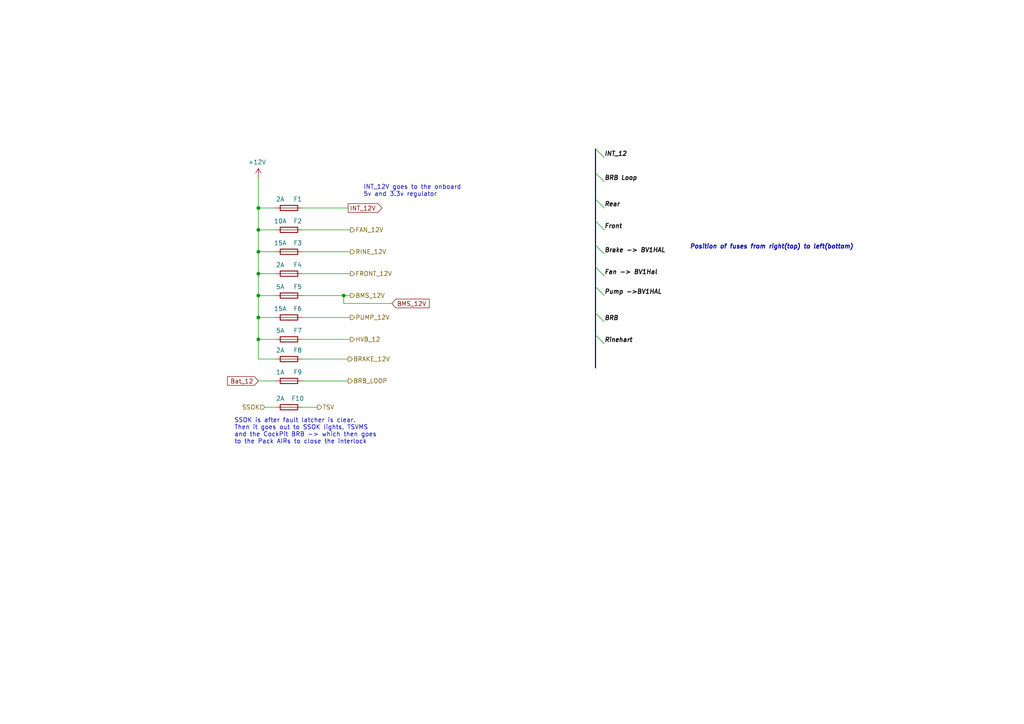
<source format=kicad_sch>
(kicad_sch (version 20211123) (generator eeschema)
  (paper "A4")
  (lib_symbols
    (symbol "Device:Fuse" (pin_numbers hide) (pin_names (offset 0))
      (property "Reference" "F" (at 2.032 0 90))
      (property "Value" "Fuse" (at -1.905 0 90))
      (symbol "Fuse_0_1"
        (rectangle (start -0.762 -2.54) (end 0.762 2.54) (stroke (width 0.254)))
        (polyline (pts (xy 0 2.54) (xy 0 -2.54)))
      )
      (symbol "Fuse_1_1"
        (pin passive line (at 0 3.81 270) (length 1.27) (name "~") (number "1"))
        (pin passive line (at 0 -3.81 90) (length 1.27) (name "~") (number "2"))
      )
    )
    (symbol "power:+12V" (power) (pin_names (offset 0))
      (property "Value" "+12V" (at 0 3.556 0))
      (symbol "+12V_0_1"
        (polyline (pts (xy -0.762 1.27) (xy 0 2.54)))
        (polyline (pts (xy 0 0) (xy 0 2.54)))
        (polyline (pts (xy 0 2.54) (xy 0.762 1.27)))
      )
      (symbol "+12V_1_1"
        (pin power_in line (at 0 0 90) (length 0) hide (name "+12V") (number "1"))
      )
    )
  )
  (junction (at 74.93 79.375))
  (junction (at 74.93 98.425))
  (junction (at 99.695 85.725))
  (junction (at 74.93 60.325))
  (junction (at 74.93 92.075))
  (junction (at 74.93 66.675))
  (junction (at 74.93 85.725))
  (junction (at 74.93 73.025))
  (bus_entry (at 172.72 43.18) (size 2.54 2.54))
  (bus_entry (at 172.72 50.165) (size 2.54 2.54))
  (bus_entry (at 172.72 57.785) (size 2.54 2.54))
  (bus_entry (at 172.72 64.135) (size 2.54 2.54))
  (bus_entry (at 172.72 71.12) (size 2.54 2.54))
  (bus_entry (at 172.72 77.47) (size 2.54 2.54))
  (bus_entry (at 172.72 83.185) (size 2.54 2.54))
  (bus_entry (at 172.72 90.805) (size 2.54 2.54))
  (bus_entry (at 172.72 97.155) (size 2.54 2.54))
  (wire (pts (xy 74.93 73.025) (xy 74.93 79.375)))
  (wire (pts (xy 100.965 60.325) (xy 87.63 60.325)))
  (wire (pts (xy 74.93 110.49) (xy 80.01 110.49)))
  (wire (pts (xy 101.6 73.025) (xy 87.63 73.025)))
  (wire (pts (xy 74.93 98.425) (xy 74.93 104.14)))
  (wire (pts (xy 74.93 92.075) (xy 74.93 98.425)))
  (bus (pts (xy 172.72 71.12) (xy 172.72 77.47)))
  (bus (pts (xy 172.72 57.785) (xy 172.72 64.135)))
  (wire (pts (xy 101.6 98.425) (xy 87.63 98.425)))
  (wire (pts (xy 80.01 73.025) (xy 74.93 73.025)))
  (wire (pts (xy 80.01 79.375) (xy 74.93 79.375)))
  (wire (pts (xy 101.6 85.725) (xy 99.695 85.725)))
  (wire (pts (xy 80.01 60.325) (xy 74.93 60.325)))
  (wire (pts (xy 113.665 88.011) (xy 99.695 88.011)))
  (wire (pts (xy 100.965 104.14) (xy 87.63 104.14)))
  (wire (pts (xy 99.695 85.725) (xy 87.63 85.725)))
  (wire (pts (xy 80.01 85.725) (xy 74.93 85.725)))
  (wire (pts (xy 80.01 92.075) (xy 74.93 92.075)))
  (bus (pts (xy 172.72 43.18) (xy 172.72 50.165)))
  (bus (pts (xy 172.72 50.165) (xy 172.72 57.785)))
  (bus (pts (xy 172.72 97.155) (xy 172.72 106.68)))
  (bus (pts (xy 172.72 64.135) (xy 172.72 71.12)))
  (bus (pts (xy 172.72 83.185) (xy 172.72 90.805)))
  (wire (pts (xy 101.6 92.075) (xy 87.63 92.075)))
  (wire (pts (xy 74.93 66.675) (xy 74.93 73.025)))
  (wire (pts (xy 80.01 66.675) (xy 74.93 66.675)))
  (wire (pts (xy 99.695 88.011) (xy 99.695 85.725)))
  (wire (pts (xy 101.6 79.375) (xy 87.63 79.375)))
  (wire (pts (xy 80.01 98.425) (xy 74.93 98.425)))
  (wire (pts (xy 101.6 66.675) (xy 87.63 66.675)))
  (bus (pts (xy 172.72 77.47) (xy 172.72 83.185)))
  (bus (pts (xy 172.72 90.805) (xy 172.72 97.155)))
  (wire (pts (xy 74.93 79.375) (xy 74.93 85.725)))
  (wire (pts (xy 80.01 104.14) (xy 74.93 104.14)))
  (wire (pts (xy 80.01 118.11) (xy 76.835 118.11)))
  (wire (pts (xy 74.93 60.325) (xy 74.93 66.675)))
  (wire (pts (xy 100.965 110.49) (xy 87.63 110.49)))
  (wire (pts (xy 92.075 118.11) (xy 87.63 118.11)))
  (wire (pts (xy 74.93 85.725) (xy 74.93 92.075)))
  (wire (pts (xy 74.93 51.435) (xy 74.93 60.325)))
  (text "SSOK is after fault latcher is clear.\nThen it goes out to SSOK lights, TSVMS\nand the CockPit BRB -> which then goes\nto the Pack AIRs to close the interlock" (at 67.945 128.905 0) (effects (font (size 1.27 1.27)) (justify left bottom)))
  (text "Position of fuses from right(top) to left(bottom)" (at 200.025 72.39 0) (effects (font (size 1.27 1.27) bold italic) (justify left bottom)))
  (text "INT_12V goes to the onboard \n5v and 3.3v regulator" (at 105.41 57.15 0) (effects (font (size 1.27 1.27)) (justify left bottom)))
  (label "Front" (at 175.26 66.675 0) (effects (font bold italic)))
  (label "INT_12" (at 175.26 45.72 0) (effects (font bold italic)))
  (label "Pump ->BV1HAL" (at 175.26 85.725 0) (effects (font bold italic)))
  (label "BRB Loop" (at 175.26 52.705 0) (effects (font bold italic)))
  (label "Rear" (at 175.26 60.325 0) (effects (font bold italic)))
  (label "Brake -> BV1HAL" (at 175.26 73.66 0) (effects (font bold italic)))
  (label "BRB" (at 175.26 93.345 0) (effects (font bold italic)))
  (label "Rinehart" (at 175.26 99.695 0) (effects (font bold italic)))
  (label "Fan -> BV1Hal" (at 175.26 80.01 0) (effects (font bold italic)))
  (global_label "BMS_12V" (shape input) (at 113.665 88.011 0) (property "Intersheet References" "${INTERSHEET_REFS}" (effects hide)))
  (global_label "INT_12V" (shape output) (at 100.965 60.325 0) (property "Intersheet References" "${INTERSHEET_REFS}" (effects hide)))
  (global_label "Bat_12" (shape input) (at 74.93 110.49 180) (property "Intersheet References" "${INTERSHEET_REFS}" (effects hide)))
  (hierarchical_label "RINE_12V" (shape output) (at 101.6 73.025 0))
  (hierarchical_label "FRONT_12V" (shape output) (at 101.6 79.375 0))
  (hierarchical_label "BMS_12V" (shape output) (at 101.6 85.725 0))
  (hierarchical_label "BRB_LOOP" (shape output) (at 100.965 110.49 0))
  (hierarchical_label "TSV" (shape output) (at 92.075 118.11 0))
  (hierarchical_label "FAN_12V" (shape output) (at 101.6 66.675 0))
  (hierarchical_label "SSOK" (shape input) (at 76.835 118.11 180))
  (hierarchical_label "HVB_12" (shape output) (at 101.6 98.425 0))
  (hierarchical_label "PUMP_12V" (shape output) (at 101.6 92.075 0))
  (hierarchical_label "BRAKE_12V" (shape output) (at 100.965 104.14 0))
  (symbol (lib_id "power:+12V") (at 74.93 51.435 0) (mirror y) (unit 1)
    (property "Reference" "#PWR0136" (effects hide))
    (property "Value" "+12V" (at 74.549 47.0408 0))
  )
  (symbol (lib_id "Device:Fuse") (at 83.82 98.425 90) (mirror x) (unit 1)
    (property "Reference" "F7" (at 86.36 95.885 90))
    (property "Value" "5A" (at 81.28 95.885 90))
    (property "Footprint" "AERO_Footprints:Fuseholder_Blade_Mini_Keystone_3568" (effects hide))
  )
  (symbol (lib_id "Device:Fuse") (at 83.82 60.325 90) (mirror x) (unit 1)
    (property "Reference" "F1" (at 86.36 57.785 90))
    (property "Value" "2A" (at 81.28 57.785 90))
    (property "Footprint" "AERO_Footprints:Fuseholder_Blade_Mini_Keystone_3568" (effects hide))
  )
  (symbol (lib_id "Device:Fuse") (at 83.82 85.725 90) (mirror x) (unit 1)
    (property "Reference" "F5" (at 86.36 83.185 90))
    (property "Value" "5A" (at 81.28 83.185 90))
    (property "Footprint" "AERO_Footprints:Fuseholder_Blade_Mini_Keystone_3568" (effects hide))
  )
  (symbol (lib_id "Device:Fuse") (at 83.82 104.14 90) (mirror x) (unit 1)
    (property "Reference" "F8" (at 86.36 101.6 90))
    (property "Value" "2A" (at 81.28 101.6 90))
    (property "Footprint" "AERO_Footprints:Fuseholder_Blade_Mini_Keystone_3568" (effects hide))
  )
  (symbol (lib_id "Device:Fuse") (at 83.82 79.375 90) (mirror x) (unit 1)
    (property "Reference" "F4" (at 86.36 76.835 90))
    (property "Value" "2A" (at 81.28 76.835 90))
    (property "Footprint" "AERO_Footprints:Fuseholder_Blade_Mini_Keystone_3568" (effects hide))
  )
  (symbol (lib_id "Device:Fuse") (at 83.82 73.025 90) (mirror x) (unit 1)
    (property "Reference" "F3" (at 86.36 70.485 90))
    (property "Value" "15A" (at 81.28 70.485 90))
    (property "Footprint" "AERO_Footprints:Fuseholder_Blade_Mini_Keystone_3568" (effects hide))
  )
  (symbol (lib_id "Device:Fuse") (at 83.82 110.49 90) (mirror x) (unit 1)
    (property "Reference" "F9" (at 86.36 107.95 90))
    (property "Value" "1A" (at 81.28 107.95 90))
    (property "Footprint" "AERO_Footprints:Fuseholder_Blade_Mini_Keystone_3568" (effects hide))
  )
  (symbol (lib_id "Device:Fuse") (at 83.82 118.11 90) (mirror x) (unit 1)
    (property "Reference" "F10" (at 86.36 115.57 90))
    (property "Value" "2A" (at 81.28 115.57 90))
    (property "Footprint" "AERO_Footprints:Fuseholder_Blade_Mini_Keystone_3568" (effects hide))
  )
  (symbol (lib_id "Device:Fuse") (at 83.82 66.675 90) (mirror x) (unit 1)
    (property "Reference" "F2" (at 86.36 64.135 90))
    (property "Value" "10A" (at 81.28 64.135 90))
    (property "Footprint" "AERO_Footprints:Fuseholder_Blade_Mini_Keystone_3568" (effects hide))
  )
  (symbol (lib_id "Device:Fuse") (at 83.82 92.075 90) (mirror x) (unit 1)
    (property "Reference" "F6" (at 86.36 89.535 90))
    (property "Value" "15A" (at 81.28 89.535 90))
    (property "Footprint" "AERO_Footprints:Fuseholder_Blade_Mini_Keystone_3568" (effects hide))
  )
)
</source>
